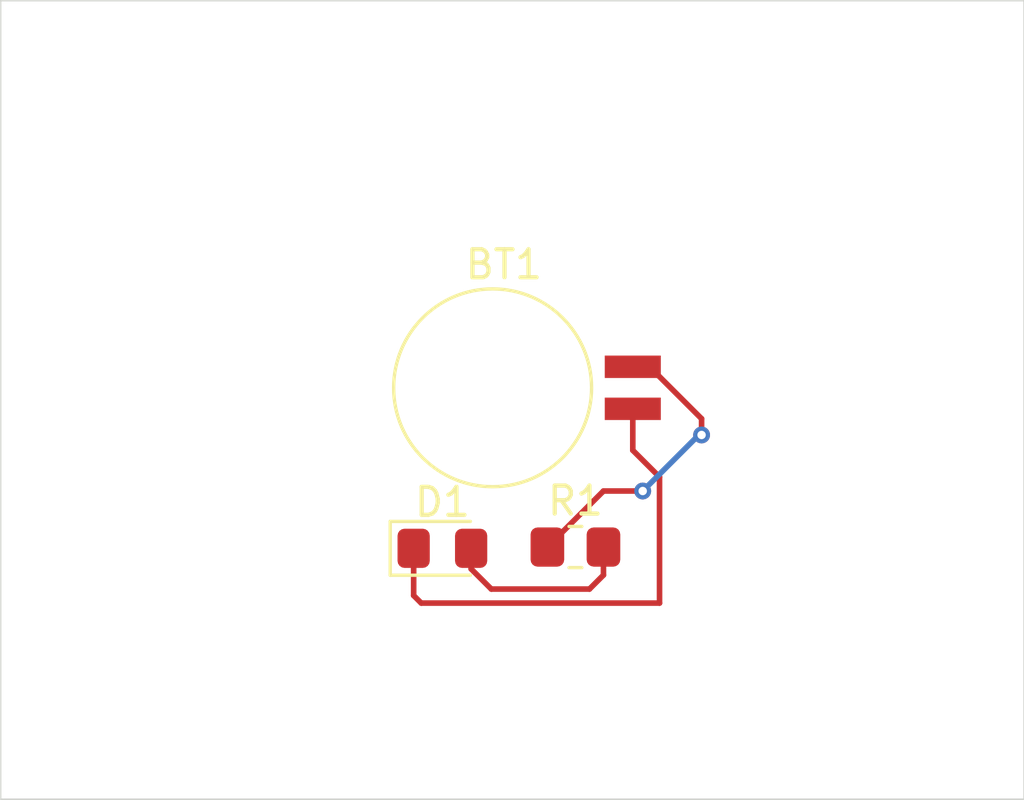
<source format=kicad_pcb>
(kicad_pcb (version 20240108) (generator "pcbnew") (generator_version "8.0")
  (title_block (title "AO LED Project") (date "2024-10-08") (rev "1.0"))
  (layers (0 "F.Cu" signal) (31 "B.Cu" signal) (34 "B.Paste" user) (35 "F.Paste" user) (36 "B.SilkS" user "B.Silkscreen") (37 "F.SilkS" user "F.Silkscreen") (38 "B.Mask" user) (39 "F.Mask" user) (44 "Edge.Cuts" user))
  (net 0 "")
  (net 1 "Net-(BT1-+)")
  (net 2 "Net-(BT1--)")
  (net 3 "Net-(D1-A)")
  (footprint "LED_SMD:LED_0805_2012Metric_Pad1.15x1.40mm_HandSolder" (layer "F.Cu") (at 149.755 91.545)
    (property "Reference" "D1" (at 0 -1.65 0) (layer "F.SilkS"))
    (property "Value" "LED")
    (fp_line (start -1.86 -0.96) (end -1.86 0.96) (stroke (width 0.12)) (layer "F.SilkS"))
    (fp_line (start -1.86 0.96) (end 1 0.96) (stroke (width 0.12)) (layer "F.SilkS"))
    (fp_line (start 1 -0.96) (end -1.86 -0.96) (stroke (width 0.12)) (layer "F.SilkS"))
    (pad "1" smd roundrect (at -1.025 0) (size 1.15 1.4) (layers "F.Cu" "F.Paste" "F.Mask") (roundrect_rratio 0.217391) (net 2 "Net-(BT1--)"))
    (pad "2" smd roundrect (at 1.025 0) (size 1.15 1.4) (layers "F.Cu" "F.Paste" "F.Mask") (roundrect_rratio 0.217391) (net 3 "Net-(D1-A)"))
  )
  (footprint "Resistor_SMD:R_0805_2012Metric_Pad1.20x1.40mm_HandSolder" (layer "F.Cu") (at 154.5 91.5)
    (property "Reference" "R1" (at 0 -1.65 0) (layer "F.SilkS"))
    (property "Value" "R")
    (fp_line (start -0.227064 -0.735) (end 0.227064 -0.735) (stroke (width 0.12)) (layer "F.SilkS"))
    (fp_line (start -0.227064 0.735) (end 0.227064 0.735) (stroke (width 0.12)) (layer "F.SilkS"))
    (pad "1" smd roundrect (at -1 0) (size 1.2 1.4) (layers "F.Cu" "F.Paste" "F.Mask") (roundrect_rratio 0.208333) (net 1 "Net-(BT1-+)"))
    (pad "2" smd roundrect (at 1 0) (size 1.2 1.4) (layers "F.Cu" "F.Paste" "F.Mask") (roundrect_rratio 0.208333) (net 3 "Net-(D1-A)"))
  )
  (footprint "Battery:BatteryHolder_Seiko_MS621F" (layer "F.Cu") (at 156.546204 85.816204)
    (property "Reference" "BT1" (at -4.6 -4.4 0) (layer "F.SilkS"))
    (property "Value" "Battery_Cell")
    (fp_circle (center -5 0) (end -1.47 0) (stroke (width 0.12)) (fill none) (layer "F.SilkS"))
    (pad "1" smd rect (at 0 -0.75) (size 2 0.8) (layers "F.Cu" "F.Paste" "F.Mask") (net 1 "Net-(BT1-+)"))
    (pad "2" smd rect (at 0 0.75) (size 2 0.8) (layers "F.Cu" "F.Paste" "F.Mask") (net 2 "Net-(BT1--)"))
  )
  (gr_rect (start 134 72) (end 170.5 100.5) (stroke (width 0.05)) (fill none) (layer "Edge.Cuts"))
  (segment (start 159 86.92) (end 157.146204 85.066204) (width 0.2) (layer "F.Cu") (net 1))
  (segment (start 153.5 91.5) (end 155.5 89.5) (width 0.2) (layer "F.Cu") (net 1))
  (segment (start 159 87.5) (end 159 86.92) (width 0.2) (layer "F.Cu") (net 1))
  (segment (start 155.5 89.5) (end 156.9 89.5) (width 0.2) (layer "F.Cu") (net 1))
  (segment (start 157.146204 85.066204) (end 156.546204 85.066204) (width 0.2) (layer "F.Cu") (net 1))
  (via (at 159 87.5) (size 0.6) (drill 0.3) (layers "F.Cu" "B.Cu") (net 1))
  (via (at 156.9 89.5) (size 0.6) (drill 0.3) (layers "F.Cu" "B.Cu") (net 1))
  (segment (start 156.9 89.5) (end 158.9 87.5) (width 0.2) (layer "B.Cu") (net 1))
  (segment (start 158.9 87.5) (end 159 87.5) (width 0.2) (layer "B.Cu") (net 1))
  (segment (start 157.5 89) (end 156.546204 88.046204) (width 0.2) (layer "F.Cu") (net 2))
  (segment (start 149 93.5) (end 157.5 93.5) (width 0.2) (layer "F.Cu") (net 2))
  (segment (start 148.73 91.545) (end 148.73 93.23) (width 0.2) (layer "F.Cu") (net 2))
  (segment (start 157.5 93.5) (end 157.5 89) (width 0.2) (layer "F.Cu") (net 2))
  (segment (start 156.546204 88.046204) (end 156.546204 86.566204) (width 0.2) (layer "F.Cu") (net 2))
  (segment (start 148.73 93.23) (end 149 93.5) (width 0.2) (layer "F.Cu") (net 2))
  (segment (start 155.5 92.5) (end 155.5 91.5) (width 0.2) (layer "F.Cu") (net 3))
  (segment (start 150.78 91.545) (end 150.78 92.28) (width 0.2) (layer "F.Cu") (net 3))
  (segment (start 151.5 93) (end 155 93) (width 0.2) (layer "F.Cu") (net 3))
  (segment (start 150.78 92.28) (end 151.5 93) (width 0.2) (layer "F.Cu") (net 3))
  (segment (start 155 93) (end 155.5 92.5) (width 0.2) (layer "F.Cu") (net 3))
)
</source>
